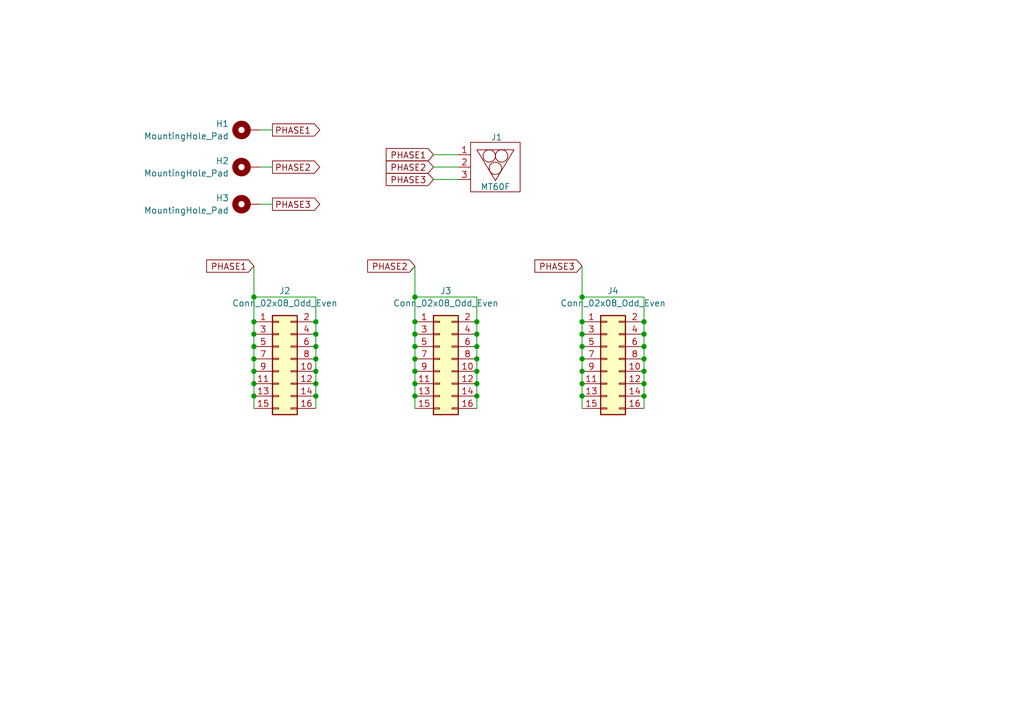
<source format=kicad_sch>
(kicad_sch (version 20250114) (generator "eeschema") (generator_version "9.0")
  (paper "A5")
  (title_block (title "back_connector_esc") (date "2025-09-06") (rev "00"))
  (lib_symbols
    (symbol "Connector_Generic:Conn_02x08_Odd_Even" (pin_names (offset 1.016) (hide yes))
      (property "Reference" "J" (at 1.27 10.16 0))
      (property "Value" "Conn_02x08_Odd_Even" (at 1.27 -12.7 0))
      (symbol "Conn_02x08_Odd_Even_1_1"
        (rectangle (start -1.27 8.89) (end 3.81 -11.43) (stroke (width 0.254)) (fill (type background)))
        (rectangle (start -1.27 7.747) (end 0 7.493) (stroke (width 0.1524)))
        (rectangle (start -1.27 5.207) (end 0 4.953) (stroke (width 0.1524)))
        (rectangle (start -1.27 2.667) (end 0 2.413) (stroke (width 0.1524)))
        (rectangle (start -1.27 0.127) (end 0 -0.127) (stroke (width 0.1524)))
        (rectangle (start -1.27 -2.413) (end 0 -2.667) (stroke (width 0.1524)))
        (rectangle (start -1.27 -4.953) (end 0 -5.207) (stroke (width 0.1524)))
        (rectangle (start -1.27 -7.493) (end 0 -7.747) (stroke (width 0.1524)))
        (rectangle (start -1.27 -10.033) (end 0 -10.287) (stroke (width 0.1524)))
        (rectangle (start 3.81 7.747) (end 2.54 7.493) (stroke (width 0.1524)))
        (rectangle (start 3.81 5.207) (end 2.54 4.953) (stroke (width 0.1524)))
        (rectangle (start 3.81 2.667) (end 2.54 2.413) (stroke (width 0.1524)))
        (rectangle (start 3.81 0.127) (end 2.54 -0.127) (stroke (width 0.1524)))
        (rectangle (start 3.81 -2.413) (end 2.54 -2.667) (stroke (width 0.1524)))
        (rectangle (start 3.81 -4.953) (end 2.54 -5.207) (stroke (width 0.1524)))
        (rectangle (start 3.81 -7.493) (end 2.54 -7.747) (stroke (width 0.1524)))
        (rectangle (start 3.81 -10.033) (end 2.54 -10.287) (stroke (width 0.1524)))
        (pin passive line (at -5.08 7.62 0) (length 3.81) (name "Pin_1") (number "1"))
        (pin passive line (at -5.08 5.08 0) (length 3.81) (name "Pin_3") (number "3"))
        (pin passive line (at -5.08 2.54 0) (length 3.81) (name "Pin_5") (number "5"))
        (pin passive line (at -5.08 0 0) (length 3.81) (name "Pin_7") (number "7"))
        (pin passive line (at -5.08 -2.54 0) (length 3.81) (name "Pin_9") (number "9"))
        (pin passive line (at -5.08 -5.08 0) (length 3.81) (name "Pin_11") (number "11"))
        (pin passive line (at -5.08 -7.62 0) (length 3.81) (name "Pin_13") (number "13"))
        (pin passive line (at -5.08 -10.16 0) (length 3.81) (name "Pin_15") (number "15"))
        (pin passive line (at 7.62 7.62 180) (length 3.81) (name "Pin_2") (number "2"))
        (pin passive line (at 7.62 5.08 180) (length 3.81) (name "Pin_4") (number "4"))
        (pin passive line (at 7.62 2.54 180) (length 3.81) (name "Pin_6") (number "6"))
        (pin passive line (at 7.62 0 180) (length 3.81) (name "Pin_8") (number "8"))
        (pin passive line (at 7.62 -2.54 180) (length 3.81) (name "Pin_10") (number "10"))
        (pin passive line (at 7.62 -5.08 180) (length 3.81) (name "Pin_12") (number "12"))
        (pin passive line (at 7.62 -7.62 180) (length 3.81) (name "Pin_14") (number "14"))
        (pin passive line (at 7.62 -10.16 180) (length 3.81) (name "Pin_16") (number "16"))
      )
    )
    (symbol "Mechanical:MountingHole_Pad" (pin_numbers (hide yes)) (pin_names (offset 1.016) (hide yes)) (in_bom no)
      (property "Reference" "H" (at 0 6.35 0))
      (property "Value" "MountingHole_Pad" (at 0 4.445 0))
      (symbol "MountingHole_Pad_0_1"
        (circle (center 0 1.27) (radius 1.27) (stroke (width 1.27)))
      )
      (symbol "MountingHole_Pad_1_1"
        (pin input line (at 0 -2.54 90) (length 2.54) (name "1") (number "1"))
      )
    )
    (symbol "specific_library:MT60_female"
      (property "Reference" "J" (at -5.08 6.35 0))
      (property "Value" "MT60F" (at -5.08 -4.064 0))
      (symbol "MT60_female_0_1"
        (rectangle (start -10.16 5.08) (end 0 -5.08))
        (circle (center -6.35 2.286) (radius 1.27))
        (circle (center -5.08 -0.254) (radius 1.27))
        (polyline (pts (xy -5.08 -2.794) (xy -8.89 3.556) (xy -1.27 3.556) (xy -5.08 -2.794)))
        (circle (center -3.81 2.286) (radius 1.27))
      )
      (symbol "MT60_female_1_1"
        (pin passive line (at 2.54 2.54 180) (length 2.54) (name "") (number "1"))
        (pin passive line (at 2.54 0 180) (length 2.54) (name "") (number "2"))
        (pin passive line (at 2.54 -2.54 180) (length 2.54) (name "") (number "3"))
      )
    )
  )
  (junction (at 119.38 68.58))
  (junction (at 52.07 78.74))
  (junction (at 119.38 66.04))
  (junction (at 64.77 81.28))
  (junction (at 52.07 68.58))
  (junction (at 64.77 68.58))
  (junction (at 85.09 60.96))
  (junction (at 85.09 78.74))
  (junction (at 52.07 66.04))
  (junction (at 97.79 68.58))
  (junction (at 132.08 78.74))
  (junction (at 132.08 66.04))
  (junction (at 97.79 73.66))
  (junction (at 119.38 78.74))
  (junction (at 119.38 73.66))
  (junction (at 85.09 71.12))
  (junction (at 119.38 76.2))
  (junction (at 132.08 81.28))
  (junction (at 64.77 76.2))
  (junction (at 97.79 66.04))
  (junction (at 85.09 76.2))
  (junction (at 119.38 71.12))
  (junction (at 52.07 81.28))
  (junction (at 52.07 71.12))
  (junction (at 64.77 73.66))
  (junction (at 132.08 76.2))
  (junction (at 85.09 66.04))
  (junction (at 52.07 76.2))
  (junction (at 52.07 73.66))
  (junction (at 64.77 71.12))
  (junction (at 119.38 60.96))
  (junction (at 85.09 81.28))
  (junction (at 97.79 81.28))
  (junction (at 97.79 78.74))
  (junction (at 132.08 68.58))
  (junction (at 132.08 73.66))
  (junction (at 85.09 73.66))
  (junction (at 52.07 60.96))
  (junction (at 64.77 78.74))
  (junction (at 132.08 71.12))
  (junction (at 97.79 71.12))
  (junction (at 64.77 66.04))
  (junction (at 85.09 68.58))
  (junction (at 97.79 76.2))
  (junction (at 119.38 81.28))
  (wire (pts (xy 119.38 60.96) (xy 132.08 60.96)))
  (wire (pts (xy 119.38 54.61) (xy 119.38 60.96)))
  (wire (pts (xy 97.79 76.2) (xy 97.79 78.74)))
  (wire (pts (xy 64.77 68.58) (xy 64.77 71.12)))
  (wire (pts (xy 55.88 26.67) (xy 53.34 26.67)))
  (wire (pts (xy 93.98 31.75) (xy 88.9 31.75)))
  (wire (pts (xy 85.09 78.74) (xy 85.09 81.28)))
  (wire (pts (xy 52.07 60.96) (xy 64.77 60.96)))
  (wire (pts (xy 85.09 73.66) (xy 85.09 76.2)))
  (wire (pts (xy 132.08 78.74) (xy 132.08 81.28)))
  (wire (pts (xy 119.38 60.96) (xy 119.38 66.04)))
  (wire (pts (xy 64.77 71.12) (xy 64.77 73.66)))
  (wire (pts (xy 119.38 68.58) (xy 119.38 71.12)))
  (wire (pts (xy 52.07 81.28) (xy 52.07 83.82)))
  (wire (pts (xy 88.9 34.29) (xy 93.98 34.29)))
  (wire (pts (xy 55.88 41.91) (xy 53.34 41.91)))
  (wire (pts (xy 64.77 60.96) (xy 64.77 66.04)))
  (wire (pts (xy 97.79 60.96) (xy 97.79 66.04)))
  (wire (pts (xy 97.79 81.28) (xy 97.79 83.82)))
  (wire (pts (xy 97.79 71.12) (xy 97.79 73.66)))
  (wire (pts (xy 64.77 81.28) (xy 64.77 83.82)))
  (wire (pts (xy 132.08 73.66) (xy 132.08 76.2)))
  (wire (pts (xy 119.38 66.04) (xy 119.38 68.58)))
  (wire (pts (xy 85.09 71.12) (xy 85.09 73.66)))
  (wire (pts (xy 52.07 60.96) (xy 52.07 66.04)))
  (wire (pts (xy 119.38 78.74) (xy 119.38 81.28)))
  (wire (pts (xy 64.77 76.2) (xy 64.77 78.74)))
  (wire (pts (xy 55.88 34.29) (xy 53.34 34.29)))
  (wire (pts (xy 132.08 71.12) (xy 132.08 73.66)))
  (wire (pts (xy 52.07 68.58) (xy 52.07 71.12)))
  (wire (pts (xy 52.07 54.61) (xy 52.07 60.96)))
  (wire (pts (xy 132.08 81.28) (xy 132.08 83.82)))
  (wire (pts (xy 93.98 36.83) (xy 88.9 36.83)))
  (wire (pts (xy 132.08 68.58) (xy 132.08 71.12)))
  (wire (pts (xy 119.38 73.66) (xy 119.38 76.2)))
  (wire (pts (xy 52.07 78.74) (xy 52.07 81.28)))
  (wire (pts (xy 85.09 66.04) (xy 85.09 68.58)))
  (wire (pts (xy 85.09 76.2) (xy 85.09 78.74)))
  (wire (pts (xy 97.79 78.74) (xy 97.79 81.28)))
  (wire (pts (xy 119.38 81.28) (xy 119.38 83.82)))
  (wire (pts (xy 132.08 60.96) (xy 132.08 66.04)))
  (wire (pts (xy 52.07 73.66) (xy 52.07 76.2)))
  (wire (pts (xy 97.79 66.04) (xy 97.79 68.58)))
  (wire (pts (xy 85.09 68.58) (xy 85.09 71.12)))
  (wire (pts (xy 64.77 78.74) (xy 64.77 81.28)))
  (wire (pts (xy 119.38 71.12) (xy 119.38 73.66)))
  (wire (pts (xy 85.09 60.96) (xy 97.79 60.96)))
  (wire (pts (xy 97.79 68.58) (xy 97.79 71.12)))
  (wire (pts (xy 97.79 73.66) (xy 97.79 76.2)))
  (wire (pts (xy 64.77 66.04) (xy 64.77 68.58)))
  (wire (pts (xy 64.77 73.66) (xy 64.77 76.2)))
  (wire (pts (xy 132.08 66.04) (xy 132.08 68.58)))
  (wire (pts (xy 85.09 81.28) (xy 85.09 83.82)))
  (wire (pts (xy 52.07 76.2) (xy 52.07 78.74)))
  (wire (pts (xy 119.38 76.2) (xy 119.38 78.74)))
  (wire (pts (xy 85.09 60.96) (xy 85.09 66.04)))
  (wire (pts (xy 52.07 71.12) (xy 52.07 73.66)))
  (wire (pts (xy 85.09 54.61) (xy 85.09 60.96)))
  (wire (pts (xy 52.07 66.04) (xy 52.07 68.58)))
  (wire (pts (xy 132.08 76.2) (xy 132.08 78.74)))
  (global_label "PHASE1" (shape input) (at 88.9 31.75 180) (property "Intersheetrefs" "${INTERSHEET_REFS}" (effects (hide yes))))
  (global_label "PHASE2" (shape input) (at 85.09 54.61 180) (property "Intersheetrefs" "${INTERSHEET_REFS}" (effects (hide yes))))
  (global_label "PHASE1" (shape output) (at 55.88 26.67 0) (property "Intersheetrefs" "${INTERSHEET_REFS}" (effects (hide yes))))
  (global_label "PHASE3" (shape input) (at 119.38 54.61 180) (property "Intersheetrefs" "${INTERSHEET_REFS}" (effects (hide yes))))
  (global_label "PHASE3" (shape input) (at 88.9 36.83 180) (property "Intersheetrefs" "${INTERSHEET_REFS}" (effects (hide yes))))
  (global_label "PHASE2" (shape input) (at 88.9 34.29 180) (property "Intersheetrefs" "${INTERSHEET_REFS}" (effects (hide yes))))
  (global_label "PHASE1" (shape input) (at 52.07 54.61 180) (property "Intersheetrefs" "${INTERSHEET_REFS}" (effects (hide yes))))
  (global_label "PHASE3" (shape output) (at 55.88 41.91 0) (property "Intersheetrefs" "${INTERSHEET_REFS}" (effects (hide yes))))
  (global_label "PHASE2" (shape output) (at 55.88 34.29 0) (property "Intersheetrefs" "${INTERSHEET_REFS}" (effects (hide yes))))
  (symbol (lib_id "specific_library:MT60_female") (at 96.52 34.29 0) (mirror y) (unit 1)
    (property "Reference" "J1" (at 101.854 28.194 0))
    (property "Value" "MT60F" (at 101.6 38.354 0))
    (property "Footprint" "specific_footprint_library:MT60_female" (effects (hide yes)))
  )
  (symbol (lib_id "Connector_Generic:Conn_02x08_Odd_Even") (at 90.17 73.66 0) (unit 1)
    (property "Reference" "J3" (at 91.44 59.69 0))
    (property "Value" "Conn_02x08_Odd_Even" (at 91.44 62.23 0))
    (property "Footprint" "Connector_PinSocket_2.54mm:PinSocket_2x08_P2.54mm_Vertical" (effects (hide yes)))
    (property "Description" "Generic connector, double row, 02x08, odd/even pin numbering scheme (row 1 odd numbers, row 2 even numbers), script generated (kicad-library-utils/schlib/autogen/connector/)" (effects (hide yes)))
  )
  (symbol (lib_id "Connector_Generic:Conn_02x08_Odd_Even") (at 57.15 73.66 0) (unit 1)
    (property "Reference" "J2" (at 58.42 59.69 0))
    (property "Value" "Conn_02x08_Odd_Even" (at 58.42 62.23 0))
    (property "Footprint" "Connector_PinSocket_2.54mm:PinSocket_2x08_P2.54mm_Vertical" (effects (hide yes)))
    (property "Description" "Generic connector, double row, 02x08, odd/even pin numbering scheme (row 1 odd numbers, row 2 even numbers), script generated (kicad-library-utils/schlib/autogen/connector/)" (effects (hide yes)))
  )
  (symbol (lib_id "Mechanical:MountingHole_Pad") (at 50.8 34.29 90) (mirror x) (unit 1) (in_bom no)
    (property "Reference" "H2" (at 46.99 33.0199 90) (effects (justify left)))
    (property "Value" "MountingHole_Pad" (at 46.99 35.5599 90) (effects (justify left)))
    (property "Footprint" "MountingHole:MountingHole_3.2mm_M3_DIN965_Pad" (effects (hide yes)))
    (property "Description" "Mounting Hole with connection" (effects (hide yes)))
  )
  (symbol (lib_id "Mechanical:MountingHole_Pad") (at 50.8 26.67 90) (mirror x) (unit 1) (in_bom no)
    (property "Reference" "H1" (at 46.99 25.3999 90) (effects (justify left)))
    (property "Value" "MountingHole_Pad" (at 46.99 27.9399 90) (effects (justify left)))
    (property "Footprint" "MountingHole:MountingHole_3.2mm_M3_DIN965_Pad" (effects (hide yes)))
    (property "Description" "Mounting Hole with connection" (effects (hide yes)))
  )
  (symbol (lib_id "Mechanical:MountingHole_Pad") (at 50.8 41.91 90) (mirror x) (unit 1) (in_bom no)
    (property "Reference" "H3" (at 46.99 40.6399 90) (effects (justify left)))
    (property "Value" "MountingHole_Pad" (at 46.99 43.1799 90) (effects (justify left)))
    (property "Footprint" "MountingHole:MountingHole_3.2mm_M3_DIN965_Pad" (effects (hide yes)))
    (property "Description" "Mounting Hole with connection" (effects (hide yes)))
  )
  (symbol (lib_id "Connector_Generic:Conn_02x08_Odd_Even") (at 124.46 73.66 0) (unit 1)
    (property "Reference" "J4" (at 125.73 59.69 0))
    (property "Value" "Conn_02x08_Odd_Even" (at 125.73 62.23 0))
    (property "Footprint" "Connector_PinSocket_2.54mm:PinSocket_2x08_P2.54mm_Vertical" (effects (hide yes)))
    (property "Description" "Generic connector, double row, 02x08, odd/even pin numbering scheme (row 1 odd numbers, row 2 even numbers), script generated (kicad-library-utils/schlib/autogen/connector/)" (effects (hide yes)))
  )
)
</source>
